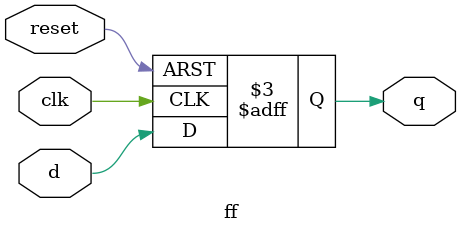
<source format=v>
module ff (clk, reset, d, q);
    input clk, reset, d;
    output reg q;  // `q` should be declared as `reg` for sequential logic

    always @(posedge clk or negedge reset) begin
        if (!reset) 
            q <= 0;  // Asynchronous reset
        else 
            q <= d;
    end
endmodule

</source>
